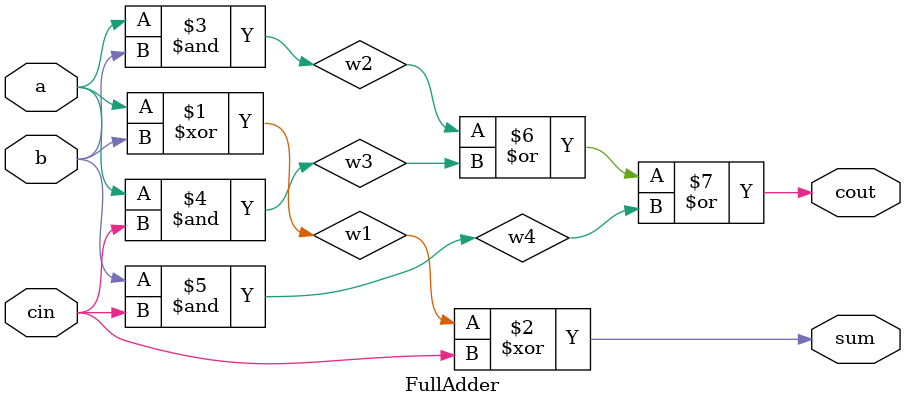
<source format=v>
module FullAdder(a,b,cin,cout,sum);
input a, b, cin; // inputs
output cout, sum; // output
wire w1, w2, w3, w4; // internal nets
xor #(10) (w1, a, b); // delay time of 10 units
xor #(10) (sum, w1, cin);
and #(8) (w2, a, b);
and #(8) (w3, a, cin);
and #(8) (w4, b, cin);
or #(10, 8)(cout, w2, w3, w4); // (rise time of 10, fall 8)
endmodule

</source>
